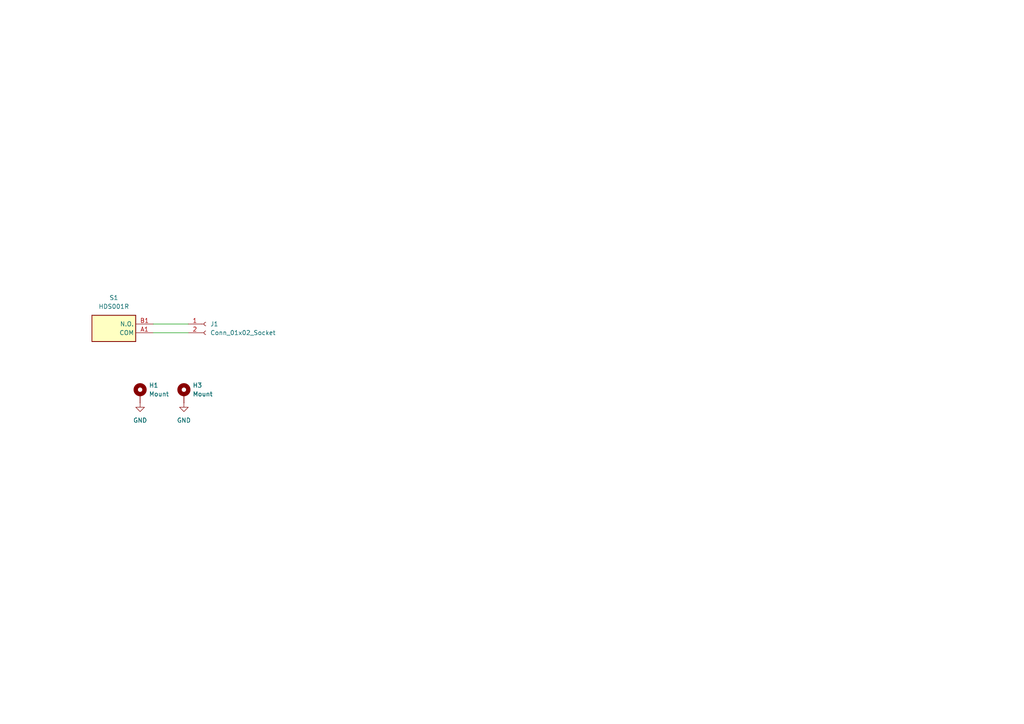
<source format=kicad_sch>
(kicad_sch (version 20231120) (generator "eeschema") (generator_version "8.0")
  (paper "A4")
  (lib_symbols
    (symbol "Connector:Conn_01x02_Socket" (pin_names (offset 1.016) hide)
      (property "Reference" "J" (at 0 2.54 0))
      (property "Value" "Conn_01x02_Socket" (at 0 -5.08 0))
      (symbol "Conn_01x02_Socket_1_1"
        (arc (start 0 -2.032) (mid -0.5058 -2.54) (end 0 -3.048) (stroke (width 0.1524)))
        (polyline (pts (xy -1.27 -2.54) (xy -0.508 -2.54)) (stroke (width 0.1524)))
        (polyline (pts (xy -1.27 0) (xy -0.508 0)) (stroke (width 0.1524)))
        (arc (start 0 0.508) (mid -0.5058 0) (end 0 -0.508) (stroke (width 0.1524)))
        (pin passive line (at -5.08 0 0) (length 3.81) (name "Pin_1") (number "1"))
        (pin passive line (at -5.08 -2.54 0) (length 3.81) (name "Pin_2") (number "2"))
      )
    )
    (symbol "HDS001R:HDS001R"
      (property "Reference" "S" (at 19.05 7.62 0))
      (property "Value" "HDS001R" (at 19.05 5.08 0))
      (symbol "HDS001R_1_1"
        (rectangle (start 5.08 2.54) (end 17.78 -5.08) (stroke (width 0.254)) (fill (type background)))
        (pin passive line (at 0 0 0) (length 5.08) (name "COM") (number "A1"))
        (pin passive line (at 0 -2.54 0) (length 5.08) (name "N.O.") (number "B1"))
      )
    )
    (symbol "Mechanical:MountingHole_Pad" (pin_numbers hide) (pin_names (offset 1.016) hide)
      (property "Reference" "H" (at 0 6.35 0))
      (property "Value" "MountingHole_Pad" (at 0 4.445 0))
      (symbol "MountingHole_Pad_0_1"
        (circle (center 0 1.27) (radius 1.27) (stroke (width 1.27)))
      )
      (symbol "MountingHole_Pad_1_1"
        (pin input line (at 0 -2.54 90) (length 2.54) (name "1") (number "1"))
      )
    )
    (symbol "power:GND" (power) (pin_numbers hide) (pin_names (offset 0) hide)
      (property "Value" "GND" (at 0 -3.81 0))
      (symbol "GND_0_1"
        (polyline (pts (xy 0 0) (xy 0 -1.27) (xy 1.27 -1.27) (xy 0 -2.54) (xy -1.27 -1.27) (xy 0 -1.27)))
      )
      (symbol "GND_1_1"
        (pin power_in line (at 0 0 270) (length 0) (name "~") (number "1"))
      )
    )
  )
  (wire (pts (xy 44.45 93.98) (xy 54.61 93.98)))
  (wire (pts (xy 44.45 96.52) (xy 54.61 96.52)))
  (symbol (lib_id "Mechanical:MountingHole_Pad") (at 53.34 114.3 0) (unit 1)
    (property "Reference" "H3" (at 55.88 111.7599 0) (effects (justify left)))
    (property "Value" "Mount" (at 55.88 114.2999 0) (effects (justify left)))
    (property "Footprint" "MountingHole:MountingHole_3.2mm_M3_Pad" (effects (hide yes)))
    (property "Description" "Mounting Hole with connection" (effects (hide yes)))
  )
  (symbol (lib_id "power:GND") (at 40.64 116.84 0) (unit 1)
    (property "Reference" "#PWR01" (effects (hide yes)))
    (property "Value" "GND" (at 40.64 121.92 0))
    (property "Description" "Power symbol creates a global label with name \"GND\" , ground" (effects (hide yes)))
  )
  (symbol (lib_id "HDS001R:HDS001R") (at 44.45 96.52 180) (unit 1)
    (property "Reference" "S1" (at 33.02 86.36 0))
    (property "Value" "HDS001R" (at 33.02 88.9 0))
    (property "Footprint" "HDS001R" (effects (hide yes)))
    (property "Datasheet" "https://www.ckswitches.com/media/1306/hds.pdf" (effects (hide yes)))
    (property "Description" "Detector Switches Micro Mini Side Actuated Surface Mount Detect Switch" (effects (hide yes)))
    (property "Height" "1.4" (effects (hide yes)))
    (property "Mouser Part Number" "611-HDS001R" (effects (hide yes)))
    (property "Mouser Price/Stock" "https://www.mouser.co.uk/ProductDetail/CK/HDS001R?qs=iOhGMg9vv%2F9KIW8Hw0LZ0Q%3D%3D" (effects (hide yes)))
    (property "Manufacturer_Name" "C & K COMPONENTS" (effects (hide yes)))
    (property "Manufacturer_Part_Number" "HDS001R" (effects (hide yes)))
  )
  (symbol (lib_id "power:GND") (at 53.34 116.84 0) (unit 1)
    (property "Reference" "#PWR03" (effects (hide yes)))
    (property "Value" "GND" (at 53.34 121.92 0))
    (property "Description" "Power symbol creates a global label with name \"GND\" , ground" (effects (hide yes)))
  )
  (symbol (lib_id "Connector:Conn_01x02_Socket") (at 59.69 93.98 0) (unit 1)
    (property "Reference" "J1" (at 60.96 93.9799 0) (effects (justify left)))
    (property "Value" "Conn_01x02_Socket" (at 60.96 96.5199 0) (effects (justify left)))
    (property "Footprint" "Connector_JST:JST_PH_S2B-PH-K_1x02_P2.00mm_Horizontal" (effects (hide yes)))
    (property "Description" "Generic connector, single row, 01x02, script generated" (effects (hide yes)))
  )
  (symbol (lib_id "Mechanical:MountingHole_Pad") (at 40.64 114.3 0) (unit 1)
    (property "Reference" "H1" (at 43.18 111.7599 0) (effects (justify left)))
    (property "Value" "Mount" (at 43.18 114.2999 0) (effects (justify left)))
    (property "Footprint" "MountingHole:MountingHole_3.2mm_M3_Pad" (effects (hide yes)))
    (property "Description" "Mounting Hole with connection" (effects (hide yes)))
  )
)
</source>
